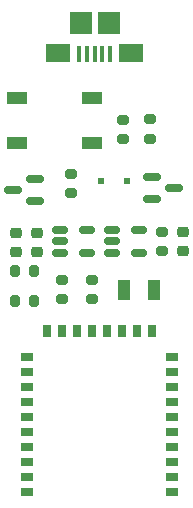
<source format=gtp>
G04 #@! TF.GenerationSoftware,KiCad,Pcbnew,6.0.1-79c1e3a40b~116~ubuntu21.04.1*
G04 #@! TF.CreationDate,2022-03-24T20:17:53+11:00*
G04 #@! TF.ProjectId,833iot,38333369-6f74-42e6-9b69-6361645f7063,rev?*
G04 #@! TF.SameCoordinates,Original*
G04 #@! TF.FileFunction,Paste,Top*
G04 #@! TF.FilePolarity,Positive*
%FSLAX46Y46*%
G04 Gerber Fmt 4.6, Leading zero omitted, Abs format (unit mm)*
G04 Created by KiCad (PCBNEW 6.0.1-79c1e3a40b~116~ubuntu21.04.1) date 2022-03-24 20:17:53*
%MOMM*%
%LPD*%
G01*
G04 APERTURE LIST*
G04 Aperture macros list*
%AMRoundRect*
0 Rectangle with rounded corners*
0 $1 Rounding radius*
0 $2 $3 $4 $5 $6 $7 $8 $9 X,Y pos of 4 corners*
0 Add a 4 corners polygon primitive as box body*
4,1,4,$2,$3,$4,$5,$6,$7,$8,$9,$2,$3,0*
0 Add four circle primitives for the rounded corners*
1,1,$1+$1,$2,$3*
1,1,$1+$1,$4,$5*
1,1,$1+$1,$6,$7*
1,1,$1+$1,$8,$9*
0 Add four rect primitives between the rounded corners*
20,1,$1+$1,$2,$3,$4,$5,0*
20,1,$1+$1,$4,$5,$6,$7,0*
20,1,$1+$1,$6,$7,$8,$9,0*
20,1,$1+$1,$8,$9,$2,$3,0*%
G04 Aperture macros list end*
%ADD10RoundRect,0.200000X0.275000X-0.200000X0.275000X0.200000X-0.275000X0.200000X-0.275000X-0.200000X0*%
%ADD11R,0.400000X1.350000*%
%ADD12R,2.100000X1.600000*%
%ADD13R,1.900000X1.900000*%
%ADD14R,1.700000X1.000000*%
%ADD15R,1.000000X0.650000*%
%ADD16R,0.650000X1.000000*%
%ADD17RoundRect,0.218750X0.256250X-0.218750X0.256250X0.218750X-0.256250X0.218750X-0.256250X-0.218750X0*%
%ADD18RoundRect,0.200000X-0.200000X-0.275000X0.200000X-0.275000X0.200000X0.275000X-0.200000X0.275000X0*%
%ADD19R,1.000000X1.800000*%
%ADD20RoundRect,0.150000X-0.512500X-0.150000X0.512500X-0.150000X0.512500X0.150000X-0.512500X0.150000X0*%
%ADD21R,0.500000X0.500000*%
%ADD22RoundRect,0.150000X0.587500X0.150000X-0.587500X0.150000X-0.587500X-0.150000X0.587500X-0.150000X0*%
%ADD23RoundRect,0.150000X-0.587500X-0.150000X0.587500X-0.150000X0.587500X0.150000X-0.587500X0.150000X0*%
G04 APERTURE END LIST*
D10*
X32902500Y-42352800D03*
X32902500Y-40702800D03*
D11*
X28502500Y-25677800D03*
X27852500Y-25677800D03*
X27202500Y-25677800D03*
X26552500Y-25677800D03*
X25902500Y-25677800D03*
D12*
X30302500Y-25552800D03*
X24102500Y-25552800D03*
D13*
X28402500Y-23002800D03*
X26002500Y-23002800D03*
D14*
X26932500Y-29402800D03*
X20632500Y-29402800D03*
X20632500Y-33202800D03*
X26932500Y-33202800D03*
D10*
X31902500Y-32827800D03*
X31902500Y-31177800D03*
X29602500Y-32852800D03*
X29602500Y-31202800D03*
X24452500Y-46427800D03*
X24452500Y-44777800D03*
D15*
X33721500Y-62732800D03*
X33721500Y-61462800D03*
X33721500Y-60192800D03*
X33721500Y-58922800D03*
X33721500Y-57652800D03*
X33721500Y-56382800D03*
X33721500Y-55112800D03*
X33721500Y-53842800D03*
X33721500Y-52572800D03*
X33721500Y-51302800D03*
D16*
X32072500Y-49083800D03*
X30802500Y-49083800D03*
X29532500Y-49083800D03*
X28262500Y-49083800D03*
X26992500Y-49083800D03*
X25722500Y-49083800D03*
X24452500Y-49083800D03*
X23182500Y-49083800D03*
D15*
X21483500Y-51302800D03*
X21483500Y-52572800D03*
X21483500Y-53842800D03*
X21483500Y-55112800D03*
X21483500Y-56382800D03*
X21483500Y-57652800D03*
X21483500Y-58922800D03*
X21483500Y-60192800D03*
X21483500Y-61462800D03*
X21483500Y-62732800D03*
D17*
X22302500Y-42377800D03*
X22302500Y-40802800D03*
X20502500Y-42377800D03*
X20502500Y-40802800D03*
D18*
X20417500Y-46542800D03*
X22067500Y-46542800D03*
D17*
X34702500Y-42290300D03*
X34702500Y-40715300D03*
D19*
X32202500Y-45602800D03*
X29702500Y-45602800D03*
D20*
X28665000Y-40552800D03*
X28665000Y-41502800D03*
X28665000Y-42452800D03*
X30940000Y-42452800D03*
X30940000Y-40552800D03*
D10*
X26952500Y-46427800D03*
X26952500Y-44777800D03*
D21*
X27762500Y-36382800D03*
X29962500Y-36382800D03*
D18*
X20417500Y-44002800D03*
X22067500Y-44002800D03*
D20*
X24227500Y-40552800D03*
X24227500Y-41502800D03*
X24227500Y-42452800D03*
X26502500Y-42452800D03*
X26502500Y-40552800D03*
D22*
X22180000Y-38102800D03*
X22180000Y-36202800D03*
X20305000Y-37152800D03*
D10*
X25202500Y-37427800D03*
X25202500Y-35777800D03*
D23*
X32065000Y-36052800D03*
X32065000Y-37952800D03*
X33940000Y-37002800D03*
M02*

</source>
